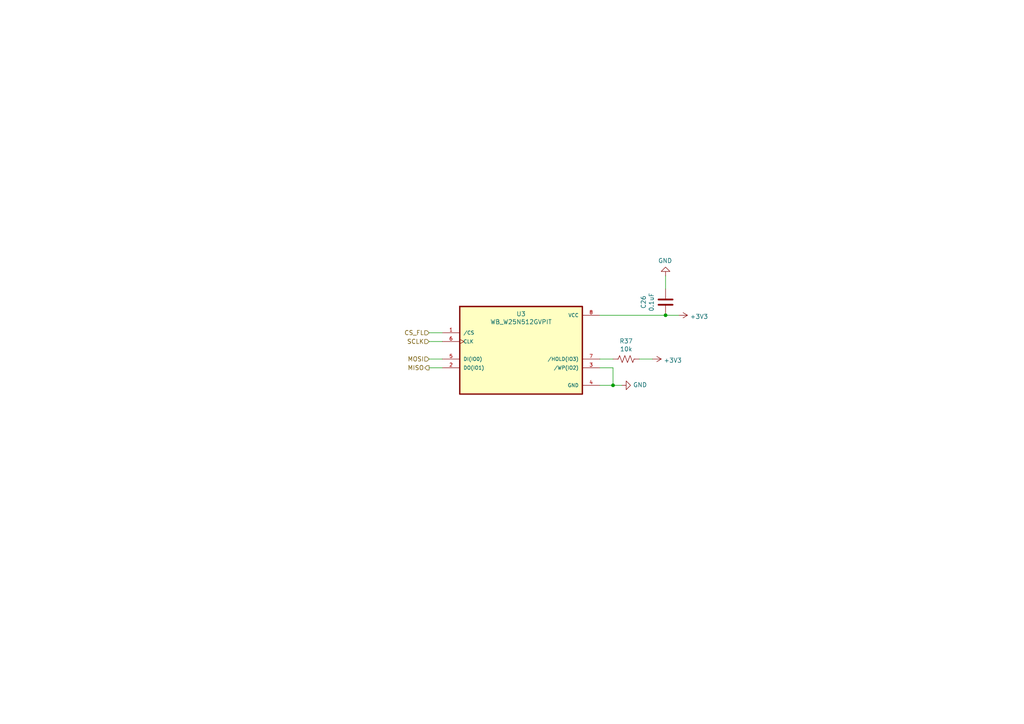
<source format=kicad_sch>
(kicad_sch (version 20211123) (generator eeschema)
  (paper "A4")
  (lib_symbols
    (symbol "Device:C" (pin_numbers hide) (pin_names (offset 0.254))
      (property "Reference" "C" (at 0.635 2.54 0))
      (property "Value" "Device_C" (at 0.635 -2.54 0))
      (symbol "C_0_1"
        (polyline (pts (xy -2.032 -0.762) (xy 2.032 -0.762)) (stroke (width 0.508)))
        (polyline (pts (xy -2.032 0.762) (xy 2.032 0.762)) (stroke (width 0.508)))
      )
      (symbol "C_1_1"
        (pin passive line (at 0 3.81 270) (length 2.794) (name "~") (number "1"))
        (pin passive line (at 0 -3.81 90) (length 2.794) (name "~") (number "2"))
      )
    )
    (symbol "Device:R_US" (pin_numbers hide) (pin_names (offset 0))
      (property "Reference" "R" (at 2.54 0 90))
      (property "Value" "Device_R_US" (at -2.54 0 90))
      (symbol "R_US_0_1"
        (polyline (pts (xy 0 -2.286) (xy 0 -2.54)))
        (polyline (pts (xy 0 2.286) (xy 0 2.54)))
        (polyline (pts (xy 0 -0.762) (xy 1.016 -1.143) (xy 0 -1.524) (xy -1.016 -1.905) (xy 0 -2.286)))
        (polyline (pts (xy 0 0.762) (xy 1.016 0.381) (xy 0 0) (xy -1.016 -0.381) (xy 0 -0.762)))
        (polyline (pts (xy 0 2.286) (xy 1.016 1.905) (xy 0 1.524) (xy -1.016 1.143) (xy 0 0.762)))
      )
      (symbol "R_US_1_1"
        (pin passive line (at 0 3.81 270) (length 1.27) (name "~") (number "1"))
        (pin passive line (at 0 -3.81 90) (length 1.27) (name "~") (number "2"))
      )
    )
    (symbol "Flash_Chip:W25N01GVZEIG_TR" (pin_names (offset 1.016))
      (property "Reference" "U" (at -17.78 13.6906 0))
      (property "Value" "W25N01GVZEIG_TR" (at -17.78 -16.6878 0))
      (symbol "W25N01GVZEIG_TR_0_0"
        (rectangle (start -17.78 -12.7) (end 17.78 12.7) (stroke (width 0.4064)) (fill (type background)))
        (pin input line (at -22.86 5.08 0) (length 5.08) (name "/CS") (number "1"))
        (pin bidirectional line (at -22.86 -5.08 0) (length 5.08) (name "DO(IO1)") (number "2"))
        (pin bidirectional line (at 22.86 -5.08 180) (length 5.08) (name "/WP(IO2)") (number "3"))
        (pin power_in line (at 22.86 -10.16 180) (length 5.08) (name "GND") (number "4"))
        (pin bidirectional line (at -22.86 -2.54 0) (length 5.08) (name "DI(IO0)") (number "5"))
        (pin input clock (at -22.86 2.54 0) (length 5.08) (name "CLK") (number "6"))
        (pin bidirectional line (at 22.86 -2.54 180) (length 5.08) (name "/HOLD(IO3)") (number "7"))
        (pin power_in line (at 22.86 10.16 180) (length 5.08) (name "VCC") (number "8"))
      )
    )
    (symbol "power:+3.3V" (power) (pin_names (offset 0))
      (property "Value" "power_+3.3V" (at 0 3.556 0))
      (symbol "+3.3V_0_1"
        (polyline (pts (xy -0.762 1.27) (xy 0 2.54)))
        (polyline (pts (xy 0 0) (xy 0 2.54)))
        (polyline (pts (xy 0 2.54) (xy 0.762 1.27)))
      )
      (symbol "+3.3V_1_1"
        (pin power_in line (at 0 0 90) (length 0) hide (name "+3V3") (number "1"))
      )
    )
    (symbol "power:GND" (power) (pin_names (offset 0))
      (property "Value" "power_GND" (at 0 -3.81 0))
      (symbol "GND_0_1"
        (polyline (pts (xy 0 0) (xy 0 -1.27) (xy 1.27 -1.27) (xy 0 -2.54) (xy -1.27 -1.27) (xy 0 -1.27)))
      )
      (symbol "GND_1_1"
        (pin power_in line (at 0 0 270) (length 0) hide (name "GND") (number "1"))
      )
    )
  )
  (junction (at 193.04 91.44))
  (junction (at 177.8 111.76))
  (wire (pts (xy 124.46 96.52) (xy 128.27 96.52)))
  (wire (pts (xy 128.27 106.68) (xy 124.46 106.68)))
  (wire (pts (xy 185.42 104.14) (xy 189.23 104.14)))
  (wire (pts (xy 173.99 91.44) (xy 193.04 91.44)))
  (wire (pts (xy 173.99 104.14) (xy 177.8 104.14)))
  (wire (pts (xy 177.8 111.76) (xy 180.34 111.76)))
  (wire (pts (xy 124.46 104.14) (xy 128.27 104.14)))
  (wire (pts (xy 128.27 99.06) (xy 124.46 99.06)))
  (wire (pts (xy 193.04 83.82) (xy 193.04 80.01)))
  (wire (pts (xy 177.8 106.68) (xy 173.99 106.68)))
  (wire (pts (xy 196.85 91.44) (xy 193.04 91.44)))
  (wire (pts (xy 173.99 111.76) (xy 177.8 111.76)))
  (wire (pts (xy 177.8 106.68) (xy 177.8 111.76)))
  (hierarchical_label "SCLK" (shape input) (at 124.46 99.06 180))
  (hierarchical_label "MOSI" (shape input) (at 124.46 104.14 180))
  (hierarchical_label "MISO" (shape output) (at 124.46 106.68 180))
  (hierarchical_label "CS_FL" (shape input) (at 124.46 96.52 180))
  (symbol (lib_id "Flash_Chip:W25N01GVZEIG_TR") (at 151.13 101.6 0) (unit 1)
    (property "Reference" "U3" (at 151.13 91.059 0))
    (property "Value" "WB_W25N512GVPIT" (at 151.13 93.3704 0))
    (property "Footprint" "FHSD:SON127P800X600X80-9N" (effects hide))
    (property "Datasheet" "https://www.winbond.com/resource-files/w25n512gv%20rev%20c%20112118.pdf" (effects hide))
    (property "Order Link" "https://www.digikey.com/en/products/detail/winbond-electronics/W25N512GVEIG/12143334" (effects hide))
  )
  (symbol (lib_id "power:GND") (at 193.04 80.01 180) (unit 1)
    (property "Reference" "#PWR058" (effects hide))
    (property "Value" "GND" (at 192.913 75.6158 0))
  )
  (symbol (lib_id "power:+3.3V") (at 196.85 91.44 270) (unit 1)
    (property "Reference" "#PWR059" (effects hide))
    (property "Value" "+3.3V" (at 200.1012 91.821 90) (effects (justify left)))
  )
  (symbol (lib_id "power:GND") (at 180.34 111.76 90) (unit 1)
    (property "Reference" "#PWR057" (effects hide))
    (property "Value" "GND" (at 183.5912 111.633 90) (effects (justify right)))
  )
  (symbol (lib_id "Device:C") (at 193.04 87.63 0) (unit 1)
    (property "Reference" "C26" (at 186.6392 87.63 90))
    (property "Value" "0.1uF" (at 188.9506 87.63 90))
    (property "Footprint" "Capacitor_SMD:C_0402_1005Metric" (effects hide))
  )
  (symbol (lib_id "Device:R_US") (at 181.61 104.14 270) (unit 1)
    (property "Reference" "R37" (at 181.61 98.933 90))
    (property "Value" "10k" (at 181.61 101.2444 90))
    (property "Footprint" "Resistor_SMD:R_0402_1005Metric" (effects hide))
  )
  (symbol (lib_id "power:+3.3V") (at 189.23 104.14 270) (unit 1)
    (property "Reference" "#PWR0125" (effects hide))
    (property "Value" "+3.3V" (at 192.4812 104.521 90) (effects (justify left)))
  )
)
</source>
